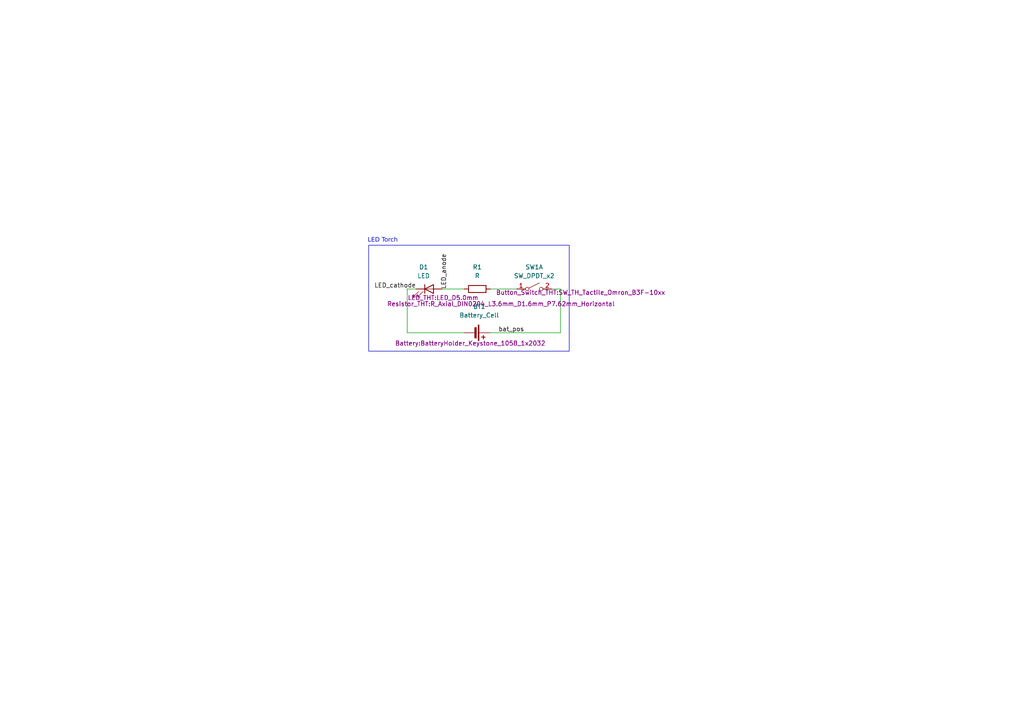
<source format=kicad_sch>
(kicad_sch (version 20231120) (generator "eeschema") (generator_version "8.0")
  (paper "A4")
  (title_block (title "Project 1 | LED Torch") (rev "1") (company "Kensus"))
  (lib_symbols
    (symbol "Device:Battery_Cell" (pin_numbers hide) (pin_names (offset 0) hide)
      (property "Reference" "BT" (at 2.54 2.54 0))
      (property "Value" "Battery_Cell" (at 2.54 0 0))
      (symbol "Battery_Cell_0_1"
        (rectangle (start -2.286 1.778) (end 2.286 1.524) (fill (type outline)))
        (rectangle (start -1.524 1.016) (end 1.524 0.508) (fill (type outline)))
        (polyline (pts (xy 0 0.762) (xy 0 0)))
        (polyline (pts (xy 0 1.778) (xy 0 2.54)))
        (polyline (pts (xy 0.762 3.048) (xy 1.778 3.048)) (stroke (width 0.254)))
        (polyline (pts (xy 1.27 3.556) (xy 1.27 2.54)) (stroke (width 0.254)))
      )
      (symbol "Battery_Cell_1_1"
        (pin passive line (at 0 5.08 270) (length 2.54) (name "+") (number "1"))
        (pin passive line (at 0 -2.54 90) (length 2.54) (name "-") (number "2"))
      )
    )
    (symbol "Device:LED" (pin_numbers hide) (pin_names (offset 1.016) hide)
      (property "Reference" "D" (at 0 2.54 0))
      (property "Value" "LED" (at 0 -2.54 0))
      (symbol "LED_0_1"
        (polyline (pts (xy -1.27 -1.27) (xy -1.27 1.27)) (stroke (width 0.254)))
        (polyline (pts (xy -1.27 0) (xy 1.27 0)))
        (polyline (pts (xy 1.27 -1.27) (xy 1.27 1.27) (xy -1.27 0) (xy 1.27 -1.27)) (stroke (width 0.254)))
        (polyline (pts (xy -3.048 -0.762) (xy -4.572 -2.286) (xy -3.81 -2.286) (xy -4.572 -2.286) (xy -4.572 -1.524)))
        (polyline (pts (xy -1.778 -0.762) (xy -3.302 -2.286) (xy -2.54 -2.286) (xy -3.302 -2.286) (xy -3.302 -1.524)))
      )
      (symbol "LED_1_1"
        (pin passive line (at -3.81 0 0) (length 2.54) (name "K") (number "1"))
        (pin passive line (at 3.81 0 180) (length 2.54) (name "A") (number "2"))
      )
    )
    (symbol "Device:R" (pin_numbers hide) (pin_names (offset 0))
      (property "Reference" "R" (at 2.032 0 90))
      (property "Value" "R" (at 0 0 90))
      (symbol "R_0_1"
        (rectangle (start -1.016 -2.54) (end 1.016 2.54) (stroke (width 0.254)))
      )
      (symbol "R_1_1"
        (pin passive line (at 0 3.81 270) (length 1.27) (name "~") (number "1"))
        (pin passive line (at 0 -3.81 90) (length 1.27) (name "~") (number "2"))
      )
    )
    (symbol "Switch:SW_DPST_x2" (pin_names (offset 0) hide)
      (property "Reference" "SW" (at 0 3.175 0))
      (property "Value" "SW_DPST_x2" (at 0 -2.54 0))
      (symbol "SW_DPST_x2_0_0"
        (circle (center -2.032 0) (radius 0.508))
        (polyline (pts (xy -1.524 0.254) (xy 1.524 1.778)))
        (circle (center 2.032 0) (radius 0.508))
      )
      (symbol "SW_DPST_x2_1_1"
        (pin passive line (at -5.08 0 0) (length 2.54) (name "A") (number "1"))
        (pin passive line (at 5.08 0 180) (length 2.54) (name "B") (number "2"))
      )
      (symbol "SW_DPST_x2_2_1"
        (pin passive line (at -5.08 0 0) (length 2.54) (name "A") (number "3"))
        (pin passive line (at 5.08 0 180) (length 2.54) (name "B") (number "4"))
      )
    )
  )
  (wire (pts (xy 142.24 96.52) (xy 162.56 96.52)))
  (wire (pts (xy 120.65 83.82) (xy 118.11 83.82)))
  (wire (pts (xy 118.11 83.82) (xy 118.11 96.52)))
  (wire (pts (xy 118.11 96.52) (xy 134.62 96.52)))
  (wire (pts (xy 162.56 96.52) (xy 162.56 83.82)))
  (wire (pts (xy 142.24 83.82) (xy 149.86 83.82)))
  (wire (pts (xy 128.27 83.82) (xy 134.62 83.82)))
  (wire (pts (xy 162.56 83.82) (xy 160.02 83.82)))
  (rectangle (start 106.934 71.12) (end 165.1 101.854))
  (text "LED Torch" (at 110.998 70.104 0) (effects (font (size 1.27 1.27))))
  (label "LED_cathode" (at 120.65 83.82 180))
  (label "LED_anode" (at 129.794 83.82 90))
  (label "bat_pos" (at 144.526 96.52 0))
  (symbol (lib_id "Switch:SW_DPST_x2") (at 154.94 83.82 0) (unit 1)
    (property "Reference" "SW1" (at 154.94 77.47 0))
    (property "Value" "SW_DPDT_x2" (at 154.94 80.01 0))
    (property "Footprint" "Button_Switch_THT:SW_TH_Tactile_Omron_B3F-10xx" (at 168.402 84.836 0))
    (property "Description" "Single Pole Single Throw (SPST) switch, separate symbol" (effects (hide yes)))
  )
  (symbol (lib_id "Device:R") (at 138.43 83.82 270) (unit 1)
    (property "Reference" "R1" (at 138.43 77.47 90))
    (property "Value" "R" (at 138.43 80.01 90))
    (property "Footprint" "Resistor_THT:R_Axial_DIN0204_L3.6mm_D1.6mm_P7.62mm_Horizontal" (at 145.288 88.138 90))
    (property "Description" "Resistor" (effects (hide yes)))
  )
  (symbol (lib_id "Device:Battery_Cell") (at 137.16 96.52 270) (unit 1)
    (property "Reference" "BT1" (at 139.0015 88.9 90))
    (property "Value" "Battery_Cell" (at 139.0015 91.44 90))
    (property "Footprint" "Battery:BatteryHolder_Keystone_1058_1x2032" (at 136.398 99.568 90))
    (property "Description" "Single-cell battery" (effects (hide yes)))
  )
  (symbol (lib_id "Device:LED") (at 124.46 83.82 0) (unit 1)
    (property "Reference" "D1" (at 122.8725 77.47 0))
    (property "Value" "LED" (at 122.8725 80.01 0))
    (property "Footprint" "LED_THT:LED_D5.0mm" (at 128.524 86.36 0))
    (property "Description" "Light emitting diode" (effects (hide yes)))
  )
)
</source>
